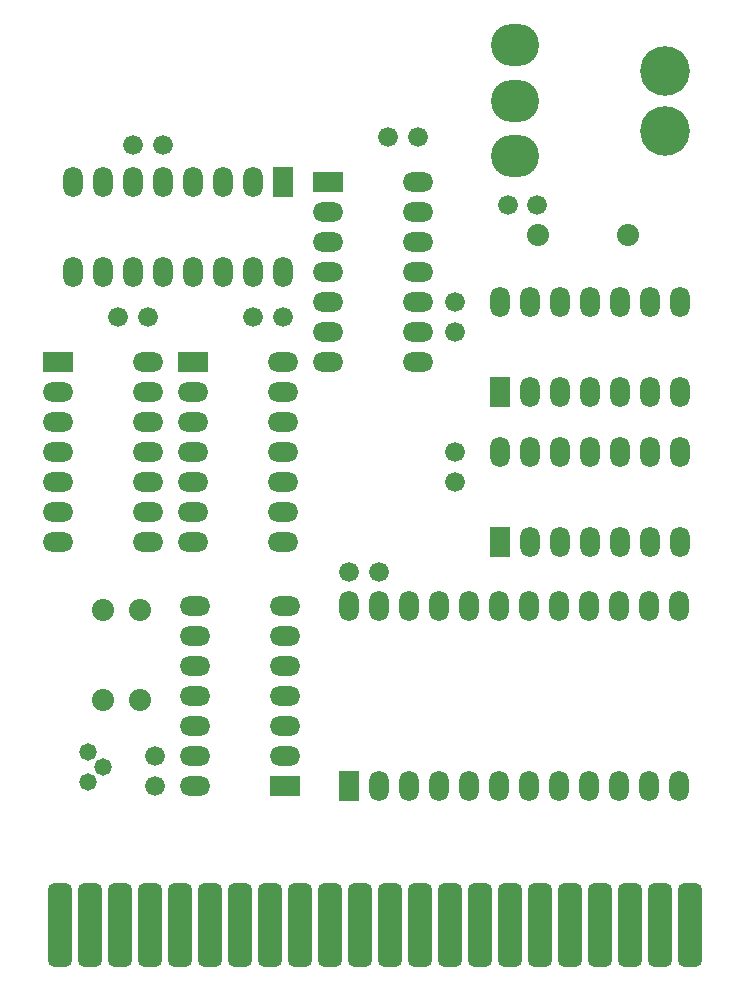
<source format=gbs>
G04*
G04 #@! TF.GenerationSoftware,Altium Limited,Altium Designer,21.2.2 (38)*
G04*
G04 Layer_Color=16711935*
%FSLAX25Y25*%
%MOIN*%
G70*
G04*
G04 #@! TF.SameCoordinates,E534A7AC-AC44-48D5-B16F-5E538074D1C0*
G04*
G04*
G04 #@! TF.FilePolarity,Negative*
G04*
G01*
G75*
G04:AMPARAMS|DCode=14|XSize=81.73mil|YSize=278.58mil|CornerRadius=21.18mil|HoleSize=0mil|Usage=FLASHONLY|Rotation=0.000|XOffset=0mil|YOffset=0mil|HoleType=Round|Shape=RoundedRectangle|*
%AMROUNDEDRECTD14*
21,1,0.08173,0.23622,0,0,0.0*
21,1,0.03937,0.27858,0,0,0.0*
1,1,0.04236,0.01968,-0.11811*
1,1,0.04236,-0.01968,-0.11811*
1,1,0.04236,-0.01968,0.11811*
1,1,0.04236,0.01968,0.11811*
%
%ADD14ROUNDEDRECTD14*%
%ADD15R,0.10142X0.06598*%
%ADD16O,0.10142X0.06598*%
%ADD17C,0.05811*%
%ADD18C,0.06598*%
%ADD19C,0.07386*%
%ADD20O,0.16047X0.14079*%
%ADD21O,0.06598X0.10142*%
%ADD22R,0.06598X0.10142*%
%ADD23C,0.16548*%
D14*
X115700Y19800D02*
D03*
X145700D02*
D03*
X175700D02*
D03*
X205700D02*
D03*
X15700D02*
D03*
X45700D02*
D03*
X85700D02*
D03*
X215700D02*
D03*
X225700D02*
D03*
X185700D02*
D03*
X195700D02*
D03*
X155700D02*
D03*
X165700D02*
D03*
X125700D02*
D03*
X135700D02*
D03*
X95700D02*
D03*
X105700D02*
D03*
X55700D02*
D03*
X65700D02*
D03*
X75700D02*
D03*
X25700D02*
D03*
X35700D02*
D03*
D15*
X105000Y267500D02*
D03*
X90551Y66100D02*
D03*
X60000Y207500D02*
D03*
X15000D02*
D03*
D16*
X90000Y157500D02*
D03*
X45000Y197500D02*
D03*
X90551Y76100D02*
D03*
Y86100D02*
D03*
Y96100D02*
D03*
Y106100D02*
D03*
Y116100D02*
D03*
Y126100D02*
D03*
X60551Y66100D02*
D03*
Y76100D02*
D03*
Y86100D02*
D03*
Y96100D02*
D03*
Y106100D02*
D03*
Y116100D02*
D03*
Y126100D02*
D03*
X60000Y197500D02*
D03*
Y187500D02*
D03*
Y177500D02*
D03*
Y167500D02*
D03*
Y157500D02*
D03*
Y147500D02*
D03*
X90000Y207500D02*
D03*
Y197500D02*
D03*
Y187500D02*
D03*
Y177500D02*
D03*
Y167500D02*
D03*
Y147500D02*
D03*
X15000Y197500D02*
D03*
Y187500D02*
D03*
Y177500D02*
D03*
Y167500D02*
D03*
Y157500D02*
D03*
Y147500D02*
D03*
X45000Y207500D02*
D03*
Y187500D02*
D03*
Y177500D02*
D03*
Y167500D02*
D03*
Y157500D02*
D03*
Y147500D02*
D03*
X105000Y257500D02*
D03*
Y247500D02*
D03*
Y237500D02*
D03*
Y227500D02*
D03*
Y217500D02*
D03*
Y207500D02*
D03*
X135000Y267500D02*
D03*
Y257500D02*
D03*
Y247500D02*
D03*
Y237500D02*
D03*
Y227500D02*
D03*
Y217500D02*
D03*
Y207500D02*
D03*
D17*
X25000Y67500D02*
D03*
X30000Y72500D02*
D03*
X25000Y77500D02*
D03*
D18*
X165000Y260000D02*
D03*
X174843D02*
D03*
X147500Y177500D02*
D03*
Y167500D02*
D03*
X45000Y222500D02*
D03*
X35000D02*
D03*
X122170Y137500D02*
D03*
X112170D02*
D03*
X40000Y280000D02*
D03*
X50000D02*
D03*
X147500Y217500D02*
D03*
Y227500D02*
D03*
X47500Y76100D02*
D03*
Y66100D02*
D03*
X125000Y282500D02*
D03*
X135000D02*
D03*
X80000Y222500D02*
D03*
X90000D02*
D03*
D19*
X205000Y250000D02*
D03*
X175000D02*
D03*
X30000Y125000D02*
D03*
Y95000D02*
D03*
X42500Y125000D02*
D03*
Y95000D02*
D03*
D20*
X167489Y276196D02*
D03*
Y294700D02*
D03*
Y313204D02*
D03*
D21*
X222500Y227500D02*
D03*
X212500D02*
D03*
X202500D02*
D03*
X192500D02*
D03*
X182500D02*
D03*
X172500D02*
D03*
X162500D02*
D03*
X222500Y197500D02*
D03*
X212500D02*
D03*
X202500D02*
D03*
X192500D02*
D03*
X182500D02*
D03*
X172500D02*
D03*
X90000Y237500D02*
D03*
X80000D02*
D03*
X30000D02*
D03*
X20000D02*
D03*
X70000D02*
D03*
X60000D02*
D03*
X50000D02*
D03*
X40000D02*
D03*
X20000Y267500D02*
D03*
X80000D02*
D03*
X70000D02*
D03*
X60000D02*
D03*
X50000D02*
D03*
X40000D02*
D03*
X30000D02*
D03*
X122170Y66100D02*
D03*
X132170D02*
D03*
X142170D02*
D03*
X152170D02*
D03*
X162170D02*
D03*
X172170D02*
D03*
X182170D02*
D03*
X192170D02*
D03*
X202170D02*
D03*
X212170D02*
D03*
X222170D02*
D03*
Y126100D02*
D03*
X212170D02*
D03*
X202170D02*
D03*
X192170D02*
D03*
X182170D02*
D03*
X172170D02*
D03*
X162170D02*
D03*
X152170D02*
D03*
X112170D02*
D03*
X122170D02*
D03*
X132170D02*
D03*
X142170D02*
D03*
X222500Y177500D02*
D03*
X212500D02*
D03*
X202500D02*
D03*
X192500D02*
D03*
X182500D02*
D03*
X172500D02*
D03*
X162500D02*
D03*
X222500Y147500D02*
D03*
X212500D02*
D03*
X202500D02*
D03*
X192500D02*
D03*
X182500D02*
D03*
X172500D02*
D03*
D22*
X162500Y197500D02*
D03*
X90000Y267500D02*
D03*
X112170Y66100D02*
D03*
X162500Y147500D02*
D03*
D23*
X217489Y284700D02*
D03*
Y304700D02*
D03*
M02*

</source>
